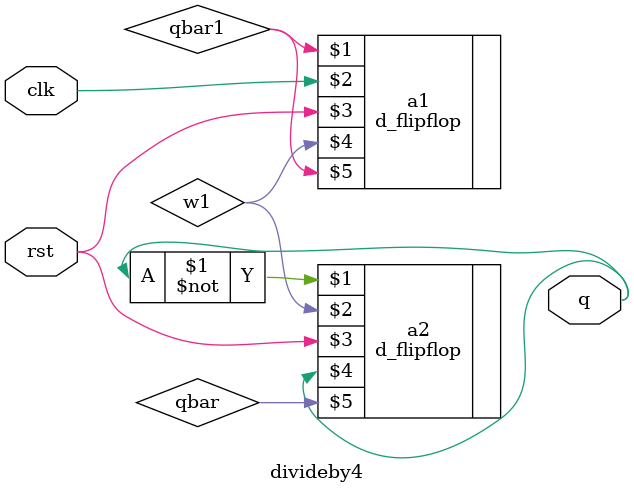
<source format=v>
`timescale 1ns / 1ps


module divideby4(
    input clk,rst,
    output q
    );
     wire w1;
     wire qbar,qbar1;
     
    d_flipflop a1(qbar1,clk,rst,w1,qbar1);
    d_flipflop a2(~q,w1,rst,q,qbar);
endmodule


</source>
